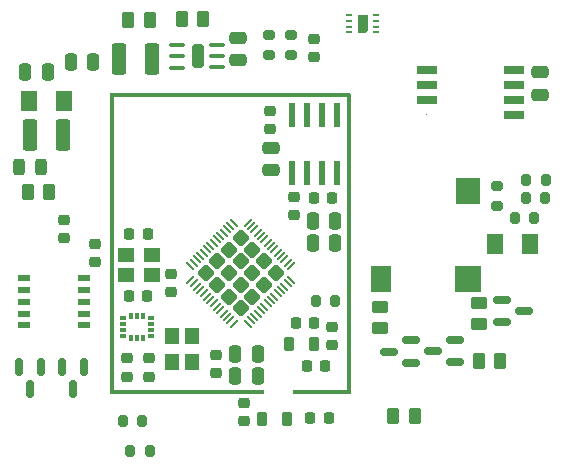
<source format=gbr>
%TF.GenerationSoftware,KiCad,Pcbnew,(6.0.9)*%
%TF.CreationDate,2022-12-23T18:09:19+01:00*%
%TF.ProjectId,Home Automation Coffee Machine PRO,486f6d65-2041-4757-946f-6d6174696f6e,5.3*%
%TF.SameCoordinates,Original*%
%TF.FileFunction,Paste,Top*%
%TF.FilePolarity,Positive*%
%FSLAX46Y46*%
G04 Gerber Fmt 4.6, Leading zero omitted, Abs format (unit mm)*
G04 Created by KiCad (PCBNEW (6.0.9)) date 2022-12-23 18:09:19*
%MOMM*%
%LPD*%
G01*
G04 APERTURE LIST*
G04 Aperture macros list*
%AMRoundRect*
0 Rectangle with rounded corners*
0 $1 Rounding radius*
0 $2 $3 $4 $5 $6 $7 $8 $9 X,Y pos of 4 corners*
0 Add a 4 corners polygon primitive as box body*
4,1,4,$2,$3,$4,$5,$6,$7,$8,$9,$2,$3,0*
0 Add four circle primitives for the rounded corners*
1,1,$1+$1,$2,$3*
1,1,$1+$1,$4,$5*
1,1,$1+$1,$6,$7*
1,1,$1+$1,$8,$9*
0 Add four rect primitives between the rounded corners*
20,1,$1+$1,$2,$3,$4,$5,0*
20,1,$1+$1,$4,$5,$6,$7,0*
20,1,$1+$1,$6,$7,$8,$9,0*
20,1,$1+$1,$8,$9,$2,$3,0*%
%AMFreePoly0*
4,1,6,0.450000,-0.800000,-0.450000,-0.800000,-0.450000,0.530000,-0.180000,0.800000,0.450000,0.800000,0.450000,-0.800000,0.450000,-0.800000,$1*%
G04 Aperture macros list end*
%ADD10RoundRect,0.200000X0.200000X0.275000X-0.200000X0.275000X-0.200000X-0.275000X0.200000X-0.275000X0*%
%ADD11RoundRect,0.200000X-0.200000X-0.275000X0.200000X-0.275000X0.200000X0.275000X-0.200000X0.275000X0*%
%ADD12RoundRect,0.200000X0.275000X-0.200000X0.275000X0.200000X-0.275000X0.200000X-0.275000X-0.200000X0*%
%ADD13RoundRect,0.250001X-0.462499X-0.624999X0.462499X-0.624999X0.462499X0.624999X-0.462499X0.624999X0*%
%ADD14RoundRect,0.250000X0.475000X-0.250000X0.475000X0.250000X-0.475000X0.250000X-0.475000X-0.250000X0*%
%ADD15RoundRect,0.250001X0.462499X0.624999X-0.462499X0.624999X-0.462499X-0.624999X0.462499X-0.624999X0*%
%ADD16RoundRect,0.225000X0.250000X-0.225000X0.250000X0.225000X-0.250000X0.225000X-0.250000X-0.225000X0*%
%ADD17RoundRect,0.250000X-0.262500X-0.450000X0.262500X-0.450000X0.262500X0.450000X-0.262500X0.450000X0*%
%ADD18RoundRect,0.200000X-0.275000X0.200000X-0.275000X-0.200000X0.275000X-0.200000X0.275000X0.200000X0*%
%ADD19RoundRect,0.225000X-0.250000X0.225000X-0.250000X-0.225000X0.250000X-0.225000X0.250000X0.225000X0*%
%ADD20R,0.580000X0.350000*%
%ADD21R,0.350000X0.580000*%
%ADD22RoundRect,0.250000X-0.450000X0.262500X-0.450000X-0.262500X0.450000X-0.262500X0.450000X0.262500X0*%
%ADD23RoundRect,0.243750X0.243750X0.456250X-0.243750X0.456250X-0.243750X-0.456250X0.243750X-0.456250X0*%
%ADD24RoundRect,0.250000X0.250000X0.475000X-0.250000X0.475000X-0.250000X-0.475000X0.250000X-0.475000X0*%
%ADD25RoundRect,0.150000X0.587500X0.150000X-0.587500X0.150000X-0.587500X-0.150000X0.587500X-0.150000X0*%
%ADD26RoundRect,0.250000X-0.250000X-0.475000X0.250000X-0.475000X0.250000X0.475000X-0.250000X0.475000X0*%
%ADD27R,1.200000X1.400000*%
%ADD28FreePoly0,180.000000*%
%ADD29R,0.550000X0.250000*%
%ADD30R,1.100000X0.510000*%
%ADD31RoundRect,0.218750X0.218750X0.381250X-0.218750X0.381250X-0.218750X-0.381250X0.218750X-0.381250X0*%
%ADD32RoundRect,0.100000X0.550000X-0.100000X0.550000X0.100000X-0.550000X0.100000X-0.550000X-0.100000X0*%
%ADD33RoundRect,0.262500X-0.262500X0.737500X-0.262500X-0.737500X0.262500X-0.737500X0.262500X0.737500X0*%
%ADD34RoundRect,0.100000X-0.550000X0.100000X-0.550000X-0.100000X0.550000X-0.100000X0.550000X0.100000X0*%
%ADD35RoundRect,0.150000X-0.150000X0.587500X-0.150000X-0.587500X0.150000X-0.587500X0.150000X0.587500X0*%
%ADD36R,5.000000X0.400000*%
%ADD37RoundRect,0.225000X-0.225000X-0.250000X0.225000X-0.250000X0.225000X0.250000X-0.225000X0.250000X0*%
%ADD38R,1.700000X0.650000*%
%ADD39R,0.001000X0.001000*%
%ADD40R,13.000000X0.400000*%
%ADD41RoundRect,0.225000X0.225000X0.250000X-0.225000X0.250000X-0.225000X-0.250000X0.225000X-0.250000X0*%
%ADD42RoundRect,0.250000X-0.375000X-1.075000X0.375000X-1.075000X0.375000X1.075000X-0.375000X1.075000X0*%
%ADD43R,1.400000X1.200000*%
%ADD44R,0.400000X25.500000*%
%ADD45R,20.400000X0.400000*%
%ADD46RoundRect,0.218750X-0.218750X-0.381250X0.218750X-0.381250X0.218750X0.381250X-0.218750X0.381250X0*%
%ADD47RoundRect,0.250000X0.445477X0.000000X0.000000X0.445477X-0.445477X0.000000X0.000000X-0.445477X0*%
%ADD48RoundRect,0.050000X0.309359X-0.238649X-0.238649X0.309359X-0.309359X0.238649X0.238649X-0.309359X0*%
%ADD49RoundRect,0.050000X0.309359X0.238649X0.238649X0.309359X-0.309359X-0.238649X-0.238649X-0.309359X0*%
%ADD50RoundRect,0.041300X-0.253700X0.948700X-0.253700X-0.948700X0.253700X-0.948700X0.253700X0.948700X0*%
%ADD51RoundRect,0.250000X0.262500X0.450000X-0.262500X0.450000X-0.262500X-0.450000X0.262500X-0.450000X0*%
%ADD52RoundRect,0.150000X-0.587500X-0.150000X0.587500X-0.150000X0.587500X0.150000X-0.587500X0.150000X0*%
%ADD53R,1.800000X2.195000*%
%ADD54R,2.195000X2.195000*%
%ADD55R,2.000000X2.195000*%
%ADD56R,0.400000X25.400000*%
G04 APERTURE END LIST*
D10*
%TO.C,WLR2*%
X157475000Y-102480000D03*
X155825000Y-102480000D03*
%TD*%
D11*
%TO.C,WLR1*%
X156765000Y-100830000D03*
X158415000Y-100830000D03*
%TD*%
D12*
%TO.C,MXR2*%
X154290000Y-101485000D03*
X154290000Y-99835000D03*
%TD*%
D11*
%TO.C,MXR1*%
X156785000Y-99270000D03*
X158435000Y-99270000D03*
%TD*%
D13*
%TO.C,WLD1*%
X154125000Y-104750000D03*
X157100000Y-104750000D03*
%TD*%
D14*
%TO.C,AC2*%
X132375000Y-89160000D03*
X132375000Y-87260000D03*
%TD*%
D15*
%TO.C,HLD6*%
X117677500Y-92600000D03*
X114702500Y-92600000D03*
%TD*%
D16*
%TO.C,EC37*%
X132920000Y-119725000D03*
X132920000Y-118175000D03*
%TD*%
D17*
%TO.C,DS1*%
X145537500Y-119270000D03*
X147362500Y-119270000D03*
%TD*%
D18*
%TO.C,IMR2*%
X135050000Y-87045000D03*
X135050000Y-88695000D03*
%TD*%
D19*
%TO.C,SHC1*%
X138800000Y-87365000D03*
X138800000Y-88915000D03*
%TD*%
D20*
%TO.C,IMU1*%
X122685000Y-111005000D03*
X122685000Y-111505000D03*
X122685000Y-112005000D03*
X122685000Y-112505000D03*
D21*
X123360000Y-112680000D03*
X123860000Y-112680000D03*
X124360000Y-112680000D03*
D20*
X125035000Y-112505000D03*
X125035000Y-112005000D03*
X125035000Y-111505000D03*
X125035000Y-111005000D03*
D21*
X124360000Y-110830000D03*
X123860000Y-110830000D03*
X123360000Y-110830000D03*
%TD*%
D22*
%TO.C,QR2*%
X152810000Y-109687500D03*
X152810000Y-111512500D03*
%TD*%
D11*
%TO.C,ER2*%
X122615000Y-119680000D03*
X124265000Y-119680000D03*
%TD*%
D23*
%TO.C,HLD1*%
X115737500Y-98170000D03*
X113862500Y-98170000D03*
%TD*%
D24*
%TO.C,EC18*%
X140640000Y-104670000D03*
X138740000Y-104670000D03*
%TD*%
D25*
%TO.C,Q1*%
X145152500Y-113830000D03*
X147027500Y-112880000D03*
X147027500Y-114780000D03*
%TD*%
D24*
%TO.C,EC15*%
X134050000Y-115920000D03*
X132150000Y-115920000D03*
%TD*%
%TO.C,EC17*%
X140620000Y-102760000D03*
X138720000Y-102760000D03*
%TD*%
D10*
%TO.C,ER1*%
X140615000Y-109580000D03*
X138965000Y-109580000D03*
%TD*%
D26*
%TO.C,HLC3*%
X114370000Y-90160000D03*
X116270000Y-90160000D03*
%TD*%
D27*
%TO.C,ECY1*%
X128530000Y-114670000D03*
X128530000Y-112470000D03*
X126830000Y-112470000D03*
X126830000Y-114670000D03*
%TD*%
D28*
%TO.C,SH1*%
X142930036Y-86050510D03*
D29*
X144105036Y-86800510D03*
X144105036Y-86300510D03*
X144105036Y-85800510D03*
X144105036Y-85300510D03*
X141755036Y-85300510D03*
X141755036Y-85800510D03*
X141755036Y-86300510D03*
X141755036Y-86800510D03*
%TD*%
D30*
%TO.C,CH340K1*%
X114280000Y-107600000D03*
X114280000Y-108600000D03*
X114280000Y-109600000D03*
X114280000Y-110600000D03*
X114280000Y-111600000D03*
X119380000Y-111600000D03*
X119380000Y-110600000D03*
X119380000Y-109600000D03*
X119380000Y-108600000D03*
X119380000Y-107600000D03*
%TD*%
D31*
%TO.C,L2*%
X138822500Y-113170000D03*
X136697500Y-113170000D03*
%TD*%
D32*
%TO.C,AU1*%
X127252500Y-87850006D03*
X127257500Y-88790006D03*
D33*
X128972500Y-88815006D03*
D32*
X127257500Y-89775006D03*
D34*
X130647500Y-89745006D03*
X130642500Y-88830006D03*
X130642500Y-87870006D03*
%TD*%
D35*
%TO.C,KQ2*%
X119350000Y-115152500D03*
X117450000Y-115152500D03*
X118400000Y-117027500D03*
%TD*%
D36*
%TO.C,*%
X139530000Y-117220000D03*
%TD*%
D17*
%TO.C,HLR1*%
X114597500Y-100320000D03*
X116422500Y-100320000D03*
%TD*%
D37*
%TO.C,AUC1*%
X138785000Y-100820000D03*
X140335000Y-100820000D03*
%TD*%
D38*
%TO.C,MAX66751*%
X155720000Y-93780000D03*
X155720000Y-92510000D03*
X155720000Y-91240000D03*
X155720000Y-89970000D03*
X148420000Y-89970000D03*
X148420000Y-91240000D03*
X148420000Y-92510000D03*
D39*
X148420000Y-93780000D03*
%TD*%
D24*
%TO.C,EC14*%
X134070000Y-114060000D03*
X132170000Y-114060000D03*
%TD*%
D19*
%TO.C,EC13*%
X124850000Y-114395000D03*
X124850000Y-115945000D03*
%TD*%
D40*
%TO.C,*%
X128060000Y-117220000D03*
%TD*%
D16*
%TO.C,EC26*%
X137150000Y-102295000D03*
X137150000Y-100745000D03*
%TD*%
%TO.C,IMUC1*%
X122970000Y-115945000D03*
X122970000Y-114395000D03*
%TD*%
D41*
%TO.C,EC51*%
X124705000Y-109090000D03*
X123155000Y-109090000D03*
%TD*%
%TO.C,EC40*%
X138865000Y-111400000D03*
X137315000Y-111400000D03*
%TD*%
D16*
%TO.C,CHC2*%
X120310000Y-106265000D03*
X120310000Y-104715000D03*
%TD*%
D42*
%TO.C,AL1*%
X122320000Y-89010000D03*
X125120000Y-89010000D03*
%TD*%
D37*
%TO.C,EC20*%
X138245000Y-115080000D03*
X139795000Y-115080000D03*
%TD*%
D43*
%TO.C,ECY2*%
X125130000Y-105650000D03*
X122930000Y-105650000D03*
X122930000Y-107350000D03*
X125130000Y-107350000D03*
%TD*%
D35*
%TO.C,KQ1*%
X115730000Y-115152500D03*
X113830000Y-115152500D03*
X114780000Y-117027500D03*
%TD*%
D16*
%TO.C,EC16*%
X126750000Y-108765000D03*
X126750000Y-107215000D03*
%TD*%
D44*
%TO.C,*%
X141820000Y-104700000D03*
%TD*%
D45*
%TO.C,*%
X131730000Y-92120000D03*
%TD*%
D14*
%TO.C,MXC1*%
X158000000Y-92060000D03*
X158000000Y-90160000D03*
%TD*%
D19*
%TO.C,EC24*%
X135130000Y-93455000D03*
X135130000Y-95005000D03*
%TD*%
D25*
%TO.C,Q3*%
X150737500Y-114740000D03*
X150737500Y-112840000D03*
X148862500Y-113790000D03*
%TD*%
D19*
%TO.C,EC12*%
X130520000Y-114125000D03*
X130520000Y-115675000D03*
%TD*%
D46*
%TO.C,EL4*%
X134417500Y-119500000D03*
X136542500Y-119500000D03*
%TD*%
D42*
%TO.C,HLL2*%
X114760000Y-95460000D03*
X117560000Y-95460000D03*
%TD*%
D16*
%TO.C,CHC1*%
X117670000Y-104205000D03*
X117670000Y-102655000D03*
%TD*%
D47*
%TO.C,ESP32S3*%
X132620000Y-104210101D03*
X130640101Y-108169898D03*
X133609949Y-109159848D03*
X133609949Y-107179949D03*
X130640101Y-106190000D03*
X131630051Y-109159848D03*
X134599899Y-106190000D03*
X133609949Y-105200050D03*
X131630051Y-107179949D03*
X131630051Y-105200050D03*
X135589848Y-107179949D03*
X134599899Y-108169898D03*
X129650152Y-107179949D03*
X132620000Y-106190000D03*
X132620000Y-108169898D03*
X132620000Y-110149797D03*
D48*
X133212202Y-111449106D03*
X133495045Y-111166263D03*
X133777887Y-110883421D03*
X134060730Y-110600578D03*
X134343573Y-110317735D03*
X134626415Y-110034893D03*
X134909258Y-109752050D03*
X135192101Y-109469207D03*
X135474944Y-109186364D03*
X135757786Y-108903522D03*
X136040629Y-108620679D03*
X136323472Y-108337836D03*
X136606314Y-108054994D03*
X136889157Y-107772151D03*
D49*
X136889157Y-106587747D03*
X136606314Y-106304904D03*
X136323472Y-106022062D03*
X136040629Y-105739219D03*
X135757786Y-105456376D03*
X135474944Y-105173534D03*
X135192101Y-104890691D03*
X134909258Y-104607848D03*
X134626415Y-104325005D03*
X134343573Y-104042163D03*
X134060730Y-103759320D03*
X133777887Y-103476477D03*
X133495045Y-103193635D03*
X133212202Y-102910792D03*
D48*
X132027798Y-102910792D03*
X131744955Y-103193635D03*
X131462113Y-103476477D03*
X131179270Y-103759320D03*
X130896427Y-104042163D03*
X130613585Y-104325005D03*
X130330742Y-104607848D03*
X130047899Y-104890691D03*
X129765056Y-105173534D03*
X129482214Y-105456376D03*
X129199371Y-105739219D03*
X128916528Y-106022062D03*
X128633686Y-106304904D03*
X128350843Y-106587747D03*
D49*
X128350843Y-107772151D03*
X128633686Y-108054994D03*
X128916528Y-108337836D03*
X129199371Y-108620679D03*
X129482214Y-108903522D03*
X129765056Y-109186364D03*
X130047899Y-109469207D03*
X130330742Y-109752050D03*
X130613585Y-110034893D03*
X130896427Y-110317735D03*
X131179270Y-110600578D03*
X131462113Y-110883421D03*
X131744955Y-111166263D03*
X132027798Y-111449106D03*
%TD*%
D50*
%TO.C,U2*%
X140735000Y-93760000D03*
X139465000Y-93760000D03*
X138195000Y-93760000D03*
X136925000Y-93760000D03*
X136925000Y-98700000D03*
X138195000Y-98700000D03*
X139465000Y-98700000D03*
X140735000Y-98700000D03*
%TD*%
D51*
%TO.C,QR3*%
X154612500Y-114630000D03*
X152787500Y-114630000D03*
%TD*%
D19*
%TO.C,EC19*%
X140370000Y-111715000D03*
X140370000Y-113265000D03*
%TD*%
D18*
%TO.C,IMR1*%
X136900000Y-87025000D03*
X136900000Y-88675000D03*
%TD*%
D37*
%TO.C,EC38*%
X138505000Y-119480000D03*
X140055000Y-119480000D03*
%TD*%
D17*
%TO.C,AR2*%
X127607500Y-85670000D03*
X129432500Y-85670000D03*
%TD*%
D52*
%TO.C,Q2*%
X154752500Y-109420000D03*
X154752500Y-111320000D03*
X156627500Y-110370000D03*
%TD*%
D11*
%TO.C,ER5*%
X123275000Y-122260000D03*
X124925000Y-122260000D03*
%TD*%
D17*
%TO.C,AR1*%
X123117500Y-85770000D03*
X124942500Y-85770000D03*
%TD*%
D24*
%TO.C,AC1*%
X120110000Y-89320000D03*
X118210000Y-89320000D03*
%TD*%
D14*
%TO.C,EC25*%
X135160000Y-98490000D03*
X135160000Y-96590000D03*
%TD*%
D53*
%TO.C,BZ1*%
X144490000Y-107660000D03*
D54*
X151890000Y-107660000D03*
D55*
X151890000Y-100260000D03*
%TD*%
D56*
%TO.C,*%
X121760000Y-104740000D03*
%TD*%
D22*
%TO.C,QR1*%
X144410000Y-110027500D03*
X144410000Y-111852500D03*
%TD*%
D41*
%TO.C,EC50*%
X124735000Y-103910000D03*
X123185000Y-103910000D03*
%TD*%
M02*

</source>
